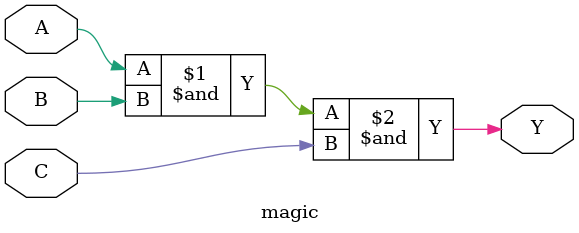
<source format=sv>
`timescale 1ns / 1ns

module magic

    ( input logic  A,
      input logic  B,
      input logic  C,

      output logic  Y);

/* ======================================== EXAMPLE CODE ======================================== */

  assign Y = A & B & C;
  
/* ============================================================================================== */

endmodule

</source>
